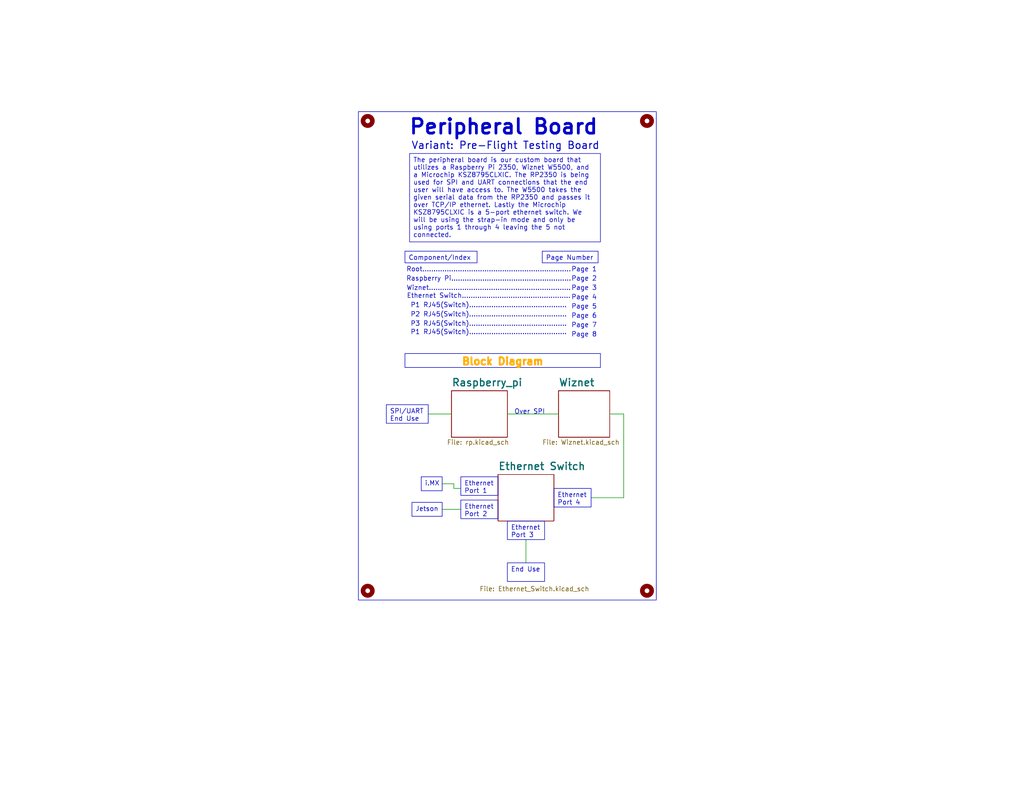
<source format=kicad_sch>
(kicad_sch (version 20250114) (generator "eeschema") (generator_version "9.0")
  (paper "USLetter")
  (title_block (title "Peripheral Board with Ethernet Switch") (date "2025-04-01") (rev "1") (company "Bronco Space") (comment 1 "SCALES") (comment 2 "By John Pollak"))
  (lib_symbols
    (symbol "Mechanical:MountingHole" (pin_names (offset 1.016)) (in_bom no)
      (property "Reference" "H" (at 0 5.08 0))
      (property "Value" "MountingHole" (at 0 3.175 0))
      (symbol "MountingHole_0_1"
        (circle (center 0 0) (radius 1.27) (stroke (width 1.27)))
      )
    )
  )
  (rectangle (start 97.79 30.48) (end 179.07 163.83))
  (text "Page 2" (at 159.385 76.2 0) (effects (font (size 1.27 1.27))))
  (text "Page 1" (at 159.385 73.66 0) (effects (font (size 1.27 1.27))))
  (text "Wiznet................................................................\n" (at 133.35 78.74 0) (effects (font (size 1.27 1.27))))
  (text "Page 4" (at 159.385 81.28 0) (effects (font (size 1.27 1.27))))
  (text "Page 8\n" (at 159.385 91.44 0) (effects (font (size 1.27 1.27))))
  (text "Page 5" (at 159.385 83.82 0) (effects (font (size 1.27 1.27))))
  (text "Page 6" (at 159.385 86.36 0) (effects (font (size 1.27 1.27))))
  (text "P3 RJ45(Switch)............................................\n" (at 133.35 88.519 0) (effects (font (size 1.27 1.27))))
  (text "Peripheral Board" (at 137.414 34.798 0) (effects (font (size 4 4) (thickness 0.75))))
  (text "P1 RJ45(Switch)............................................\n" (at 133.35 83.439 0) (effects (font (size 1.27 1.27))))
  (text "Ethernet Switch.................................................\n" (at 133.35 80.899 0) (effects (font (size 1.27 1.27))))
  (text "Page 3" (at 159.385 78.74 0) (effects (font (size 1.27 1.27))))
  (text "P2 RJ45(Switch)............................................\n" (at 133.35 85.979 0) (effects (font (size 1.27 1.27))))
  (text "Root...................................................................\n" (at 133.35 73.66 0) (effects (font (size 1.27 1.27))))
  (text "P1 RJ45(Switch)............................................\n" (at 133.35 90.805 0) (effects (font (size 1.27 1.27))))
  (text "Raspberry Pi......................................................\n" (at 133.35 76.2 0) (effects (font (size 1.27 1.27))))
  (text "Page 7" (at 159.385 88.9 0) (effects (font (size 1.27 1.27))))
  (text "Over SPI" (at 144.526 112.522 0) (effects (font (size 1.27 1.27))))
  (text "Variant: Pre-Flight Testing Board" (at 137.922 39.878 0) (effects (font (size 2 2) (thickness 0.254))))
  (text_box "Ethernet Port 2" (at 125.73 136.525 0) (size 10.16 5.08) (margins 0.9525 0.9525 0.9525 0.9525) (effects (font (size 1.27 1.27)) (justify left top)))
  (text_box "Component/Index" (at 110.49 68.58 0) (size 19.685 3.175) (margins 0.9525 0.9525 0.9525 0.9525) (effects (font (size 1.27 1.27)) (justify left top)))
  (text_box "Page Number" (at 147.955 68.58 0) (size 15.24 3.175) (margins 0.9525 0.9525 0.9525 0.9525) (effects (font (size 1.27 1.27)) (justify left top)))
  (text_box "i.MX" (at 114.935 130.175 0) (size 5.715 3.81) (margins 0.9525 0.9525 0.9525 0.9525) (effects (font (size 1.27 1.27)) (justify left top)))
  (text_box "Block Diagram" (at 110.49 96.52 0) (size 53.34 3.81) (margins 0.9525 0.9525 0.9525 0.9525) (effects (font (size 2 2) (thickness 0.8) (bold yes)) (justify top)))
  (text_box "Jetson\n" (at 112.395 137.16 0) (size 8.255 3.81) (margins 0.9525 0.9525 0.9525 0.9525) (effects (font (size 1.27 1.27)) (justify left top)))
  (text_box "Ethernet Port 1" (at 125.73 130.175 0) (size 10.16 5.08) (margins 0.9525 0.9525 0.9525 0.9525) (effects (font (size 1.27 1.27)) (justify left top)))
  (text_box "SPI/UART\nEnd Use" (at 105.41 110.49 0) (size 11.43 5.08) (margins 0.9525 0.9525 0.9525 0.9525) (effects (font (size 1.27 1.27)) (justify left top)))
  (text_box "The peripheral board is our custom board that utilizes a Raspberry Pi 2350, Wiznet W5500, and a Microchip KSZ8795CLXIC. The RP2350 is being used for SPI and UART connections that the end user will have access to. The W5500 takes the given serial data from the RP2350 and passes it over TCP/IP ethernet. Lastly the Microchip KSZ8795CLXIC is a 5-port ethernet switch. We will be using the strap-in mode and only be using ports 1 through 4 leaving the 5 not connected." (at 111.76 41.91 0) (size 52.07 24.13) (margins 0.9525 0.9525 0.9525 0.9525) (effects (font (size 1.27 1.27)) (justify left top)))
  (text_box "Ethernet Port 3" (at 138.43 142.24 0) (size 10.16 5.08) (margins 0.9525 0.9525 0.9525 0.9525) (effects (font (size 1.27 1.27)) (justify left top)))
  (text_box "End Use" (at 138.43 153.67 0) (size 10.16 5.08) (margins 0.9525 0.9525 0.9525 0.9525) (effects (font (size 1.27 1.27)) (justify left top)))
  (text_box "Ethernet Port 4" (at 151.13 133.35 0) (size 10.16 5.08) (margins 0.9525 0.9525 0.9525 0.9525) (effects (font (size 1.27 1.27)) (justify left top)))
  (wire (pts (xy 138.43 113.03) (xy 152.4 113.03)))
  (wire (pts (xy 170.18 113.03) (xy 170.18 135.89)))
  (wire (pts (xy 125.73 133.35) (xy 123.825 133.35)))
  (wire (pts (xy 143.51 147.32) (xy 143.51 153.67)))
  (wire (pts (xy 166.37 113.03) (xy 170.18 113.03)))
  (wire (pts (xy 123.825 133.35) (xy 123.825 132.08)))
  (wire (pts (xy 120.65 139.065) (xy 125.73 139.065)))
  (wire (pts (xy 161.29 135.89) (xy 170.18 135.89)))
  (wire (pts (xy 116.84 113.03) (xy 123.19 113.03)))
  (wire (pts (xy 120.65 132.08) (xy 123.825 132.08)))
  (symbol (lib_id "Mechanical:MountingHole") (at 176.53 33.02 0) (unit 1) (in_bom no)
    (property "Reference" "H3" (effects (hide yes)))
    (property "Value" "MountingHole" (effects (hide yes)))
    (property "Footprint" "MountingHole:MountingHole_3mm_Pad" (effects (hide yes)))
    (property "Description" "Mounting Hole without connection" (effects (hide yes)))
  )
  (symbol (lib_id "Mechanical:MountingHole") (at 100.33 33.02 0) (unit 1) (in_bom no)
    (property "Reference" "H1" (effects (hide yes)))
    (property "Value" "MountingHole" (effects (hide yes)))
    (property "Footprint" "MountingHole:MountingHole_3mm_Pad" (effects (hide yes)))
    (property "Description" "Mounting Hole without connection" (effects (hide yes)))
  )
  (symbol (lib_id "Mechanical:MountingHole") (at 100.33 161.29 0) (unit 1) (in_bom no)
    (property "Reference" "H2" (effects (hide yes)))
    (property "Value" "MountingHole" (effects (hide yes)))
    (property "Footprint" "MountingHole:MountingHole_3mm_Pad" (effects (hide yes)))
    (property "Description" "Mounting Hole without connection" (effects (hide yes)))
  )
  (symbol (lib_id "Mechanical:MountingHole") (at 176.53 161.29 0) (unit 1) (in_bom no)
    (property "Reference" "H4" (effects (hide yes)))
    (property "Value" "MountingHole" (effects (hide yes)))
    (property "Footprint" "MountingHole:MountingHole_3mm_Pad" (effects (hide yes)))
    (property "Description" "Mounting Hole without connection" (effects (hide yes)))
  )
  (sheet (at 123.19 106.68) (size 15.24 12.7) (stroke (width 0.1524))
    (property "Sheetname" "Raspberry_pi" (at 123.19 105.6034 0) (effects (font (size 2 2) (thickness 0.3175)) (justify left bottom)))
    (property "Sheetfile" "rp.kicad_sch" (at 121.92 120.015 0) (effects (justify left top)))
  )
  (sheet (at 135.89 129.54) (size 15.24 12.7) (stroke (width 0.1524))
    (property "Sheetname" "Ethernet Switch" (at 135.89 128.4634 0) (effects (font (size 2 2) (thickness 0.3175)) (justify left bottom)))
    (property "Sheetfile" "Ethernet_Switch.kicad_sch" (at 130.81 160.02 0) (effects (justify left top)))
  )
  (sheet (at 152.4 106.68) (size 13.97 12.7) (stroke (width 0.1524))
    (property "Sheetname" "Wiznet" (at 152.4 105.6034 0) (effects (font (size 2 2) (thickness 0.3175)) (justify left bottom)))
    (property "Sheetfile" "Wiznet.kicad_sch" (at 147.955 120.015 0) (effects (justify left top)))
  )
)
</source>
